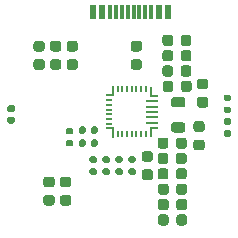
<source format=gtp>
G04 #@! TF.GenerationSoftware,KiCad,Pcbnew,(5.1.10)-1*
G04 #@! TF.CreationDate,2021-12-10T13:25:55-08:00*
G04 #@! TF.ProjectId,BQ25798,42513235-3739-4382-9e6b-696361645f70,rev?*
G04 #@! TF.SameCoordinates,Original*
G04 #@! TF.FileFunction,Paste,Top*
G04 #@! TF.FilePolarity,Positive*
%FSLAX46Y46*%
G04 Gerber Fmt 4.6, Leading zero omitted, Abs format (unit mm)*
G04 Created by KiCad (PCBNEW (5.1.10)-1) date 2021-12-10 13:25:55*
%MOMM*%
%LPD*%
G01*
G04 APERTURE LIST*
%ADD10R,0.700000X0.200000*%
%ADD11R,1.000000X0.200000*%
%ADD12R,0.600000X0.200000*%
%ADD13R,0.200000X0.950000*%
%ADD14R,0.200000X0.600000*%
%ADD15R,0.200000X0.900000*%
%ADD16R,0.600000X1.150000*%
%ADD17R,0.300000X1.150000*%
G04 APERTURE END LIST*
D10*
X90955001Y-111784999D03*
X90955001Y-108984999D03*
X94655001Y-111734999D03*
X94655001Y-109034999D03*
D11*
X94505001Y-109484999D03*
X94505001Y-109934999D03*
X94505001Y-110384999D03*
X94505001Y-110834999D03*
X94505001Y-111284999D03*
D12*
X90905001Y-111384999D03*
X90905001Y-110984999D03*
X90905001Y-110584999D03*
X90905001Y-110184999D03*
X90905001Y-109784999D03*
X90905001Y-109384999D03*
D13*
X94405001Y-112109999D03*
D14*
X94005001Y-112284999D03*
X93605001Y-112284999D03*
X93205001Y-112284999D03*
X92805001Y-112284999D03*
X92805001Y-112284999D03*
X92405001Y-112284999D03*
X92005001Y-112284999D03*
X91605001Y-112284999D03*
D15*
X91205001Y-112134999D03*
X91205001Y-108634999D03*
D14*
X91605001Y-108484999D03*
X92005001Y-108484999D03*
X92405001Y-108484999D03*
X92805001Y-108484999D03*
X93205001Y-108484999D03*
X93605001Y-108484999D03*
X94005001Y-108484999D03*
D13*
X94405001Y-108659999D03*
G36*
G01*
X88890000Y-111745000D02*
X88890000Y-112115000D01*
G75*
G02*
X88755000Y-112250000I-135000J0D01*
G01*
X88485000Y-112250000D01*
G75*
G02*
X88350000Y-112115000I0J135000D01*
G01*
X88350000Y-111745000D01*
G75*
G02*
X88485000Y-111610000I135000J0D01*
G01*
X88755000Y-111610000D01*
G75*
G02*
X88890000Y-111745000I0J-135000D01*
G01*
G37*
G36*
G01*
X89910000Y-111745000D02*
X89910000Y-112115000D01*
G75*
G02*
X89775000Y-112250000I-135000J0D01*
G01*
X89505000Y-112250000D01*
G75*
G02*
X89370000Y-112115000I0J135000D01*
G01*
X89370000Y-111745000D01*
G75*
G02*
X89505000Y-111610000I135000J0D01*
G01*
X89775000Y-111610000D01*
G75*
G02*
X89910000Y-111745000I0J-135000D01*
G01*
G37*
G36*
G01*
X89370000Y-113215000D02*
X89370000Y-112845000D01*
G75*
G02*
X89505000Y-112710000I135000J0D01*
G01*
X89775000Y-112710000D01*
G75*
G02*
X89910000Y-112845000I0J-135000D01*
G01*
X89910000Y-113215000D01*
G75*
G02*
X89775000Y-113350000I-135000J0D01*
G01*
X89505000Y-113350000D01*
G75*
G02*
X89370000Y-113215000I0J135000D01*
G01*
G37*
G36*
G01*
X88350000Y-113215000D02*
X88350000Y-112845000D01*
G75*
G02*
X88485000Y-112710000I135000J0D01*
G01*
X88755000Y-112710000D01*
G75*
G02*
X88890000Y-112845000I0J-135000D01*
G01*
X88890000Y-113215000D01*
G75*
G02*
X88755000Y-113350000I-135000J0D01*
G01*
X88485000Y-113350000D01*
G75*
G02*
X88350000Y-113215000I0J135000D01*
G01*
G37*
G36*
G01*
X87715000Y-112290000D02*
X87345000Y-112290000D01*
G75*
G02*
X87210000Y-112155000I0J135000D01*
G01*
X87210000Y-111885000D01*
G75*
G02*
X87345000Y-111750000I135000J0D01*
G01*
X87715000Y-111750000D01*
G75*
G02*
X87850000Y-111885000I0J-135000D01*
G01*
X87850000Y-112155000D01*
G75*
G02*
X87715000Y-112290000I-135000J0D01*
G01*
G37*
G36*
G01*
X87715000Y-113310000D02*
X87345000Y-113310000D01*
G75*
G02*
X87210000Y-113175000I0J135000D01*
G01*
X87210000Y-112905000D01*
G75*
G02*
X87345000Y-112770000I135000J0D01*
G01*
X87715000Y-112770000D01*
G75*
G02*
X87850000Y-112905000I0J-135000D01*
G01*
X87850000Y-113175000D01*
G75*
G02*
X87715000Y-113310000I-135000J0D01*
G01*
G37*
G36*
G01*
X91915000Y-114690000D02*
X91545000Y-114690000D01*
G75*
G02*
X91410000Y-114555000I0J135000D01*
G01*
X91410000Y-114285000D01*
G75*
G02*
X91545000Y-114150000I135000J0D01*
G01*
X91915000Y-114150000D01*
G75*
G02*
X92050000Y-114285000I0J-135000D01*
G01*
X92050000Y-114555000D01*
G75*
G02*
X91915000Y-114690000I-135000J0D01*
G01*
G37*
G36*
G01*
X91915000Y-115710000D02*
X91545000Y-115710000D01*
G75*
G02*
X91410000Y-115575000I0J135000D01*
G01*
X91410000Y-115305000D01*
G75*
G02*
X91545000Y-115170000I135000J0D01*
G01*
X91915000Y-115170000D01*
G75*
G02*
X92050000Y-115305000I0J-135000D01*
G01*
X92050000Y-115575000D01*
G75*
G02*
X91915000Y-115710000I-135000J0D01*
G01*
G37*
G36*
G01*
X101085000Y-111460000D02*
X100715000Y-111460000D01*
G75*
G02*
X100580000Y-111325000I0J135000D01*
G01*
X100580000Y-111055000D01*
G75*
G02*
X100715000Y-110920000I135000J0D01*
G01*
X101085000Y-110920000D01*
G75*
G02*
X101220000Y-111055000I0J-135000D01*
G01*
X101220000Y-111325000D01*
G75*
G02*
X101085000Y-111460000I-135000J0D01*
G01*
G37*
G36*
G01*
X101085000Y-112480000D02*
X100715000Y-112480000D01*
G75*
G02*
X100580000Y-112345000I0J135000D01*
G01*
X100580000Y-112075000D01*
G75*
G02*
X100715000Y-111940000I135000J0D01*
G01*
X101085000Y-111940000D01*
G75*
G02*
X101220000Y-112075000I0J-135000D01*
G01*
X101220000Y-112345000D01*
G75*
G02*
X101085000Y-112480000I-135000J0D01*
G01*
G37*
G36*
G01*
X100715000Y-109940000D02*
X101085000Y-109940000D01*
G75*
G02*
X101220000Y-110075000I0J-135000D01*
G01*
X101220000Y-110345000D01*
G75*
G02*
X101085000Y-110480000I-135000J0D01*
G01*
X100715000Y-110480000D01*
G75*
G02*
X100580000Y-110345000I0J135000D01*
G01*
X100580000Y-110075000D01*
G75*
G02*
X100715000Y-109940000I135000J0D01*
G01*
G37*
G36*
G01*
X100715000Y-108920000D02*
X101085000Y-108920000D01*
G75*
G02*
X101220000Y-109055000I0J-135000D01*
G01*
X101220000Y-109325000D01*
G75*
G02*
X101085000Y-109460000I-135000J0D01*
G01*
X100715000Y-109460000D01*
G75*
G02*
X100580000Y-109325000I0J135000D01*
G01*
X100580000Y-109055000D01*
G75*
G02*
X100715000Y-108920000I135000J0D01*
G01*
G37*
G36*
G01*
X90445000Y-115170000D02*
X90815000Y-115170000D01*
G75*
G02*
X90950000Y-115305000I0J-135000D01*
G01*
X90950000Y-115575000D01*
G75*
G02*
X90815000Y-115710000I-135000J0D01*
G01*
X90445000Y-115710000D01*
G75*
G02*
X90310000Y-115575000I0J135000D01*
G01*
X90310000Y-115305000D01*
G75*
G02*
X90445000Y-115170000I135000J0D01*
G01*
G37*
G36*
G01*
X90445000Y-114150000D02*
X90815000Y-114150000D01*
G75*
G02*
X90950000Y-114285000I0J-135000D01*
G01*
X90950000Y-114555000D01*
G75*
G02*
X90815000Y-114690000I-135000J0D01*
G01*
X90445000Y-114690000D01*
G75*
G02*
X90310000Y-114555000I0J135000D01*
G01*
X90310000Y-114285000D01*
G75*
G02*
X90445000Y-114150000I135000J0D01*
G01*
G37*
G36*
G01*
X89715000Y-114690000D02*
X89345000Y-114690000D01*
G75*
G02*
X89210000Y-114555000I0J135000D01*
G01*
X89210000Y-114285000D01*
G75*
G02*
X89345000Y-114150000I135000J0D01*
G01*
X89715000Y-114150000D01*
G75*
G02*
X89850000Y-114285000I0J-135000D01*
G01*
X89850000Y-114555000D01*
G75*
G02*
X89715000Y-114690000I-135000J0D01*
G01*
G37*
G36*
G01*
X89715000Y-115710000D02*
X89345000Y-115710000D01*
G75*
G02*
X89210000Y-115575000I0J135000D01*
G01*
X89210000Y-115305000D01*
G75*
G02*
X89345000Y-115170000I135000J0D01*
G01*
X89715000Y-115170000D01*
G75*
G02*
X89850000Y-115305000I0J-135000D01*
G01*
X89850000Y-115575000D01*
G75*
G02*
X89715000Y-115710000I-135000J0D01*
G01*
G37*
G36*
G01*
X92645000Y-115170000D02*
X93015000Y-115170000D01*
G75*
G02*
X93150000Y-115305000I0J-135000D01*
G01*
X93150000Y-115575000D01*
G75*
G02*
X93015000Y-115710000I-135000J0D01*
G01*
X92645000Y-115710000D01*
G75*
G02*
X92510000Y-115575000I0J135000D01*
G01*
X92510000Y-115305000D01*
G75*
G02*
X92645000Y-115170000I135000J0D01*
G01*
G37*
G36*
G01*
X92645000Y-114150000D02*
X93015000Y-114150000D01*
G75*
G02*
X93150000Y-114285000I0J-135000D01*
G01*
X93150000Y-114555000D01*
G75*
G02*
X93015000Y-114690000I-135000J0D01*
G01*
X92645000Y-114690000D01*
G75*
G02*
X92510000Y-114555000I0J135000D01*
G01*
X92510000Y-114285000D01*
G75*
G02*
X92645000Y-114150000I135000J0D01*
G01*
G37*
G36*
G01*
X96348750Y-111255000D02*
X97111250Y-111255000D01*
G75*
G02*
X97330000Y-111473750I0J-218750D01*
G01*
X97330000Y-111911250D01*
G75*
G02*
X97111250Y-112130000I-218750J0D01*
G01*
X96348750Y-112130000D01*
G75*
G02*
X96130000Y-111911250I0J218750D01*
G01*
X96130000Y-111473750D01*
G75*
G02*
X96348750Y-111255000I218750J0D01*
G01*
G37*
G36*
G01*
X96348750Y-109130000D02*
X97111250Y-109130000D01*
G75*
G02*
X97330000Y-109348750I0J-218750D01*
G01*
X97330000Y-109786250D01*
G75*
G02*
X97111250Y-110005000I-218750J0D01*
G01*
X96348750Y-110005000D01*
G75*
G02*
X96130000Y-109786250I0J218750D01*
G01*
X96130000Y-109348750D01*
G75*
G02*
X96348750Y-109130000I218750J0D01*
G01*
G37*
D16*
X90310000Y-101925000D03*
X95110000Y-101925000D03*
X95910000Y-101925000D03*
X89510000Y-101925000D03*
D17*
X94460000Y-101925000D03*
X93960000Y-101925000D03*
X93460000Y-101925000D03*
X90960000Y-101925000D03*
X91460000Y-101925000D03*
X91960000Y-101925000D03*
X92460000Y-101925000D03*
X92960000Y-101925000D03*
G36*
G01*
X82427500Y-110790000D02*
X82772500Y-110790000D01*
G75*
G02*
X82920000Y-110937500I0J-147500D01*
G01*
X82920000Y-111232500D01*
G75*
G02*
X82772500Y-111380000I-147500J0D01*
G01*
X82427500Y-111380000D01*
G75*
G02*
X82280000Y-111232500I0J147500D01*
G01*
X82280000Y-110937500D01*
G75*
G02*
X82427500Y-110790000I147500J0D01*
G01*
G37*
G36*
G01*
X82427500Y-109820000D02*
X82772500Y-109820000D01*
G75*
G02*
X82920000Y-109967500I0J-147500D01*
G01*
X82920000Y-110262500D01*
G75*
G02*
X82772500Y-110410000I-147500J0D01*
G01*
X82427500Y-110410000D01*
G75*
G02*
X82280000Y-110262500I0J147500D01*
G01*
X82280000Y-109967500D01*
G75*
G02*
X82427500Y-109820000I147500J0D01*
G01*
G37*
G36*
G01*
X98250000Y-112725000D02*
X98750000Y-112725000D01*
G75*
G02*
X98975000Y-112950000I0J-225000D01*
G01*
X98975000Y-113400000D01*
G75*
G02*
X98750000Y-113625000I-225000J0D01*
G01*
X98250000Y-113625000D01*
G75*
G02*
X98025000Y-113400000I0J225000D01*
G01*
X98025000Y-112950000D01*
G75*
G02*
X98250000Y-112725000I225000J0D01*
G01*
G37*
G36*
G01*
X98250000Y-111175000D02*
X98750000Y-111175000D01*
G75*
G02*
X98975000Y-111400000I0J-225000D01*
G01*
X98975000Y-111850000D01*
G75*
G02*
X98750000Y-112075000I-225000J0D01*
G01*
X98250000Y-112075000D01*
G75*
G02*
X98025000Y-111850000I0J225000D01*
G01*
X98025000Y-111400000D01*
G75*
G02*
X98250000Y-111175000I225000J0D01*
G01*
G37*
G36*
G01*
X98550000Y-109125000D02*
X99050000Y-109125000D01*
G75*
G02*
X99275000Y-109350000I0J-225000D01*
G01*
X99275000Y-109800000D01*
G75*
G02*
X99050000Y-110025000I-225000J0D01*
G01*
X98550000Y-110025000D01*
G75*
G02*
X98325000Y-109800000I0J225000D01*
G01*
X98325000Y-109350000D01*
G75*
G02*
X98550000Y-109125000I225000J0D01*
G01*
G37*
G36*
G01*
X98550000Y-107575000D02*
X99050000Y-107575000D01*
G75*
G02*
X99275000Y-107800000I0J-225000D01*
G01*
X99275000Y-108250000D01*
G75*
G02*
X99050000Y-108475000I-225000J0D01*
G01*
X98550000Y-108475000D01*
G75*
G02*
X98325000Y-108250000I0J225000D01*
G01*
X98325000Y-107800000D01*
G75*
G02*
X98550000Y-107575000I225000J0D01*
G01*
G37*
G36*
G01*
X96580000Y-117180000D02*
X96580000Y-116680000D01*
G75*
G02*
X96805000Y-116455000I225000J0D01*
G01*
X97255000Y-116455000D01*
G75*
G02*
X97480000Y-116680000I0J-225000D01*
G01*
X97480000Y-117180000D01*
G75*
G02*
X97255000Y-117405000I-225000J0D01*
G01*
X96805000Y-117405000D01*
G75*
G02*
X96580000Y-117180000I0J225000D01*
G01*
G37*
G36*
G01*
X95030000Y-117180000D02*
X95030000Y-116680000D01*
G75*
G02*
X95255000Y-116455000I225000J0D01*
G01*
X95705000Y-116455000D01*
G75*
G02*
X95930000Y-116680000I0J-225000D01*
G01*
X95930000Y-117180000D01*
G75*
G02*
X95705000Y-117405000I-225000J0D01*
G01*
X95255000Y-117405000D01*
G75*
G02*
X95030000Y-117180000I0J225000D01*
G01*
G37*
G36*
G01*
X93450000Y-105275000D02*
X92950000Y-105275000D01*
G75*
G02*
X92725000Y-105050000I0J225000D01*
G01*
X92725000Y-104600000D01*
G75*
G02*
X92950000Y-104375000I225000J0D01*
G01*
X93450000Y-104375000D01*
G75*
G02*
X93675000Y-104600000I0J-225000D01*
G01*
X93675000Y-105050000D01*
G75*
G02*
X93450000Y-105275000I-225000J0D01*
G01*
G37*
G36*
G01*
X93450000Y-106825000D02*
X92950000Y-106825000D01*
G75*
G02*
X92725000Y-106600000I0J225000D01*
G01*
X92725000Y-106150000D01*
G75*
G02*
X92950000Y-105925000I225000J0D01*
G01*
X93450000Y-105925000D01*
G75*
G02*
X93675000Y-106150000I0J-225000D01*
G01*
X93675000Y-106600000D01*
G75*
G02*
X93450000Y-106825000I-225000J0D01*
G01*
G37*
G36*
G01*
X96580000Y-118480000D02*
X96580000Y-117980000D01*
G75*
G02*
X96805000Y-117755000I225000J0D01*
G01*
X97255000Y-117755000D01*
G75*
G02*
X97480000Y-117980000I0J-225000D01*
G01*
X97480000Y-118480000D01*
G75*
G02*
X97255000Y-118705000I-225000J0D01*
G01*
X96805000Y-118705000D01*
G75*
G02*
X96580000Y-118480000I0J225000D01*
G01*
G37*
G36*
G01*
X95030000Y-118480000D02*
X95030000Y-117980000D01*
G75*
G02*
X95255000Y-117755000I225000J0D01*
G01*
X95705000Y-117755000D01*
G75*
G02*
X95930000Y-117980000I0J-225000D01*
G01*
X95930000Y-118480000D01*
G75*
G02*
X95705000Y-118705000I-225000J0D01*
G01*
X95255000Y-118705000D01*
G75*
G02*
X95030000Y-118480000I0J225000D01*
G01*
G37*
G36*
G01*
X96555000Y-115880000D02*
X96555000Y-115380000D01*
G75*
G02*
X96780000Y-115155000I225000J0D01*
G01*
X97230000Y-115155000D01*
G75*
G02*
X97455000Y-115380000I0J-225000D01*
G01*
X97455000Y-115880000D01*
G75*
G02*
X97230000Y-116105000I-225000J0D01*
G01*
X96780000Y-116105000D01*
G75*
G02*
X96555000Y-115880000I0J225000D01*
G01*
G37*
G36*
G01*
X95005000Y-115880000D02*
X95005000Y-115380000D01*
G75*
G02*
X95230000Y-115155000I225000J0D01*
G01*
X95680000Y-115155000D01*
G75*
G02*
X95905000Y-115380000I0J-225000D01*
G01*
X95905000Y-115880000D01*
G75*
G02*
X95680000Y-116105000I-225000J0D01*
G01*
X95230000Y-116105000D01*
G75*
G02*
X95005000Y-115880000I0J225000D01*
G01*
G37*
G36*
G01*
X96955000Y-105880000D02*
X96955000Y-105380000D01*
G75*
G02*
X97180000Y-105155000I225000J0D01*
G01*
X97630000Y-105155000D01*
G75*
G02*
X97855000Y-105380000I0J-225000D01*
G01*
X97855000Y-105880000D01*
G75*
G02*
X97630000Y-106105000I-225000J0D01*
G01*
X97180000Y-106105000D01*
G75*
G02*
X96955000Y-105880000I0J225000D01*
G01*
G37*
G36*
G01*
X95405000Y-105880000D02*
X95405000Y-105380000D01*
G75*
G02*
X95630000Y-105155000I225000J0D01*
G01*
X96080000Y-105155000D01*
G75*
G02*
X96305000Y-105380000I0J-225000D01*
G01*
X96305000Y-105880000D01*
G75*
G02*
X96080000Y-106105000I-225000J0D01*
G01*
X95630000Y-106105000D01*
G75*
G02*
X95405000Y-105880000I0J225000D01*
G01*
G37*
G36*
G01*
X93880000Y-115255000D02*
X94380000Y-115255000D01*
G75*
G02*
X94605000Y-115480000I0J-225000D01*
G01*
X94605000Y-115930000D01*
G75*
G02*
X94380000Y-116155000I-225000J0D01*
G01*
X93880000Y-116155000D01*
G75*
G02*
X93655000Y-115930000I0J225000D01*
G01*
X93655000Y-115480000D01*
G75*
G02*
X93880000Y-115255000I225000J0D01*
G01*
G37*
G36*
G01*
X93880000Y-113705000D02*
X94380000Y-113705000D01*
G75*
G02*
X94605000Y-113930000I0J-225000D01*
G01*
X94605000Y-114380000D01*
G75*
G02*
X94380000Y-114605000I-225000J0D01*
G01*
X93880000Y-114605000D01*
G75*
G02*
X93655000Y-114380000I0J225000D01*
G01*
X93655000Y-113930000D01*
G75*
G02*
X93880000Y-113705000I225000J0D01*
G01*
G37*
G36*
G01*
X96580000Y-119780000D02*
X96580000Y-119280000D01*
G75*
G02*
X96805000Y-119055000I225000J0D01*
G01*
X97255000Y-119055000D01*
G75*
G02*
X97480000Y-119280000I0J-225000D01*
G01*
X97480000Y-119780000D01*
G75*
G02*
X97255000Y-120005000I-225000J0D01*
G01*
X96805000Y-120005000D01*
G75*
G02*
X96580000Y-119780000I0J225000D01*
G01*
G37*
G36*
G01*
X95030000Y-119780000D02*
X95030000Y-119280000D01*
G75*
G02*
X95255000Y-119055000I225000J0D01*
G01*
X95705000Y-119055000D01*
G75*
G02*
X95930000Y-119280000I0J-225000D01*
G01*
X95930000Y-119780000D01*
G75*
G02*
X95705000Y-120005000I-225000J0D01*
G01*
X95255000Y-120005000D01*
G75*
G02*
X95030000Y-119780000I0J225000D01*
G01*
G37*
G36*
G01*
X96955000Y-107180000D02*
X96955000Y-106680000D01*
G75*
G02*
X97180000Y-106455000I225000J0D01*
G01*
X97630000Y-106455000D01*
G75*
G02*
X97855000Y-106680000I0J-225000D01*
G01*
X97855000Y-107180000D01*
G75*
G02*
X97630000Y-107405000I-225000J0D01*
G01*
X97180000Y-107405000D01*
G75*
G02*
X96955000Y-107180000I0J225000D01*
G01*
G37*
G36*
G01*
X95405000Y-107180000D02*
X95405000Y-106680000D01*
G75*
G02*
X95630000Y-106455000I225000J0D01*
G01*
X96080000Y-106455000D01*
G75*
G02*
X96305000Y-106680000I0J-225000D01*
G01*
X96305000Y-107180000D01*
G75*
G02*
X96080000Y-107405000I-225000J0D01*
G01*
X95630000Y-107405000D01*
G75*
G02*
X95405000Y-107180000I0J225000D01*
G01*
G37*
G36*
G01*
X87510000Y-105925000D02*
X88010000Y-105925000D01*
G75*
G02*
X88235000Y-106150000I0J-225000D01*
G01*
X88235000Y-106600000D01*
G75*
G02*
X88010000Y-106825000I-225000J0D01*
G01*
X87510000Y-106825000D01*
G75*
G02*
X87285000Y-106600000I0J225000D01*
G01*
X87285000Y-106150000D01*
G75*
G02*
X87510000Y-105925000I225000J0D01*
G01*
G37*
G36*
G01*
X87510000Y-104375000D02*
X88010000Y-104375000D01*
G75*
G02*
X88235000Y-104600000I0J-225000D01*
G01*
X88235000Y-105050000D01*
G75*
G02*
X88010000Y-105275000I-225000J0D01*
G01*
X87510000Y-105275000D01*
G75*
G02*
X87285000Y-105050000I0J225000D01*
G01*
X87285000Y-104600000D01*
G75*
G02*
X87510000Y-104375000I225000J0D01*
G01*
G37*
G36*
G01*
X86950000Y-117425000D02*
X87450000Y-117425000D01*
G75*
G02*
X87675000Y-117650000I0J-225000D01*
G01*
X87675000Y-118100000D01*
G75*
G02*
X87450000Y-118325000I-225000J0D01*
G01*
X86950000Y-118325000D01*
G75*
G02*
X86725000Y-118100000I0J225000D01*
G01*
X86725000Y-117650000D01*
G75*
G02*
X86950000Y-117425000I225000J0D01*
G01*
G37*
G36*
G01*
X86950000Y-115875000D02*
X87450000Y-115875000D01*
G75*
G02*
X87675000Y-116100000I0J-225000D01*
G01*
X87675000Y-116550000D01*
G75*
G02*
X87450000Y-116775000I-225000J0D01*
G01*
X86950000Y-116775000D01*
G75*
G02*
X86725000Y-116550000I0J225000D01*
G01*
X86725000Y-116100000D01*
G75*
G02*
X86950000Y-115875000I225000J0D01*
G01*
G37*
G36*
G01*
X96555000Y-114580000D02*
X96555000Y-114080000D01*
G75*
G02*
X96780000Y-113855000I225000J0D01*
G01*
X97230000Y-113855000D01*
G75*
G02*
X97455000Y-114080000I0J-225000D01*
G01*
X97455000Y-114580000D01*
G75*
G02*
X97230000Y-114805000I-225000J0D01*
G01*
X96780000Y-114805000D01*
G75*
G02*
X96555000Y-114580000I0J225000D01*
G01*
G37*
G36*
G01*
X95005000Y-114580000D02*
X95005000Y-114080000D01*
G75*
G02*
X95230000Y-113855000I225000J0D01*
G01*
X95680000Y-113855000D01*
G75*
G02*
X95905000Y-114080000I0J-225000D01*
G01*
X95905000Y-114580000D01*
G75*
G02*
X95680000Y-114805000I-225000J0D01*
G01*
X95230000Y-114805000D01*
G75*
G02*
X95005000Y-114580000I0J225000D01*
G01*
G37*
G36*
G01*
X96980000Y-108480000D02*
X96980000Y-107980000D01*
G75*
G02*
X97205000Y-107755000I225000J0D01*
G01*
X97655000Y-107755000D01*
G75*
G02*
X97880000Y-107980000I0J-225000D01*
G01*
X97880000Y-108480000D01*
G75*
G02*
X97655000Y-108705000I-225000J0D01*
G01*
X97205000Y-108705000D01*
G75*
G02*
X96980000Y-108480000I0J225000D01*
G01*
G37*
G36*
G01*
X95430000Y-108480000D02*
X95430000Y-107980000D01*
G75*
G02*
X95655000Y-107755000I225000J0D01*
G01*
X96105000Y-107755000D01*
G75*
G02*
X96330000Y-107980000I0J-225000D01*
G01*
X96330000Y-108480000D01*
G75*
G02*
X96105000Y-108705000I-225000J0D01*
G01*
X95655000Y-108705000D01*
G75*
G02*
X95430000Y-108480000I0J225000D01*
G01*
G37*
G36*
G01*
X86110000Y-105925000D02*
X86610000Y-105925000D01*
G75*
G02*
X86835000Y-106150000I0J-225000D01*
G01*
X86835000Y-106600000D01*
G75*
G02*
X86610000Y-106825000I-225000J0D01*
G01*
X86110000Y-106825000D01*
G75*
G02*
X85885000Y-106600000I0J225000D01*
G01*
X85885000Y-106150000D01*
G75*
G02*
X86110000Y-105925000I225000J0D01*
G01*
G37*
G36*
G01*
X86110000Y-104375000D02*
X86610000Y-104375000D01*
G75*
G02*
X86835000Y-104600000I0J-225000D01*
G01*
X86835000Y-105050000D01*
G75*
G02*
X86610000Y-105275000I-225000J0D01*
G01*
X86110000Y-105275000D01*
G75*
G02*
X85885000Y-105050000I0J225000D01*
G01*
X85885000Y-104600000D01*
G75*
G02*
X86110000Y-104375000I225000J0D01*
G01*
G37*
G36*
G01*
X85550000Y-117425000D02*
X86050000Y-117425000D01*
G75*
G02*
X86275000Y-117650000I0J-225000D01*
G01*
X86275000Y-118100000D01*
G75*
G02*
X86050000Y-118325000I-225000J0D01*
G01*
X85550000Y-118325000D01*
G75*
G02*
X85325000Y-118100000I0J225000D01*
G01*
X85325000Y-117650000D01*
G75*
G02*
X85550000Y-117425000I225000J0D01*
G01*
G37*
G36*
G01*
X85550000Y-115875000D02*
X86050000Y-115875000D01*
G75*
G02*
X86275000Y-116100000I0J-225000D01*
G01*
X86275000Y-116550000D01*
G75*
G02*
X86050000Y-116775000I-225000J0D01*
G01*
X85550000Y-116775000D01*
G75*
G02*
X85325000Y-116550000I0J225000D01*
G01*
X85325000Y-116100000D01*
G75*
G02*
X85550000Y-115875000I225000J0D01*
G01*
G37*
G36*
G01*
X96555000Y-113280000D02*
X96555000Y-112780000D01*
G75*
G02*
X96780000Y-112555000I225000J0D01*
G01*
X97230000Y-112555000D01*
G75*
G02*
X97455000Y-112780000I0J-225000D01*
G01*
X97455000Y-113280000D01*
G75*
G02*
X97230000Y-113505000I-225000J0D01*
G01*
X96780000Y-113505000D01*
G75*
G02*
X96555000Y-113280000I0J225000D01*
G01*
G37*
G36*
G01*
X95005000Y-113280000D02*
X95005000Y-112780000D01*
G75*
G02*
X95230000Y-112555000I225000J0D01*
G01*
X95680000Y-112555000D01*
G75*
G02*
X95905000Y-112780000I0J-225000D01*
G01*
X95905000Y-113280000D01*
G75*
G02*
X95680000Y-113505000I-225000J0D01*
G01*
X95230000Y-113505000D01*
G75*
G02*
X95005000Y-113280000I0J225000D01*
G01*
G37*
G36*
G01*
X96955000Y-104580000D02*
X96955000Y-104080000D01*
G75*
G02*
X97180000Y-103855000I225000J0D01*
G01*
X97630000Y-103855000D01*
G75*
G02*
X97855000Y-104080000I0J-225000D01*
G01*
X97855000Y-104580000D01*
G75*
G02*
X97630000Y-104805000I-225000J0D01*
G01*
X97180000Y-104805000D01*
G75*
G02*
X96955000Y-104580000I0J225000D01*
G01*
G37*
G36*
G01*
X95405000Y-104580000D02*
X95405000Y-104080000D01*
G75*
G02*
X95630000Y-103855000I225000J0D01*
G01*
X96080000Y-103855000D01*
G75*
G02*
X96305000Y-104080000I0J-225000D01*
G01*
X96305000Y-104580000D01*
G75*
G02*
X96080000Y-104805000I-225000J0D01*
G01*
X95630000Y-104805000D01*
G75*
G02*
X95405000Y-104580000I0J225000D01*
G01*
G37*
G36*
G01*
X84710000Y-105925000D02*
X85210000Y-105925000D01*
G75*
G02*
X85435000Y-106150000I0J-225000D01*
G01*
X85435000Y-106600000D01*
G75*
G02*
X85210000Y-106825000I-225000J0D01*
G01*
X84710000Y-106825000D01*
G75*
G02*
X84485000Y-106600000I0J225000D01*
G01*
X84485000Y-106150000D01*
G75*
G02*
X84710000Y-105925000I225000J0D01*
G01*
G37*
G36*
G01*
X84710000Y-104375000D02*
X85210000Y-104375000D01*
G75*
G02*
X85435000Y-104600000I0J-225000D01*
G01*
X85435000Y-105050000D01*
G75*
G02*
X85210000Y-105275000I-225000J0D01*
G01*
X84710000Y-105275000D01*
G75*
G02*
X84485000Y-105050000I0J225000D01*
G01*
X84485000Y-104600000D01*
G75*
G02*
X84710000Y-104375000I225000J0D01*
G01*
G37*
M02*

</source>
